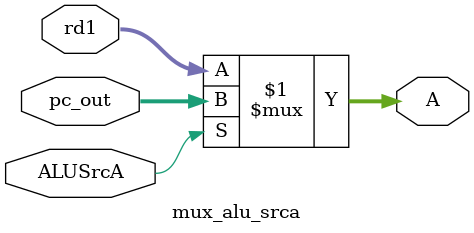
<source format=v>
`timescale 1ns / 1ps

module mux_alu_srca( 
input  [31:0] pc_out, 
input  [31:0] rd1, 
input         
ALUSrcA, 
output [31:0] A 
); 
assign A = (ALUSrcA) ? pc_out : rd1; 
endmodule

</source>
